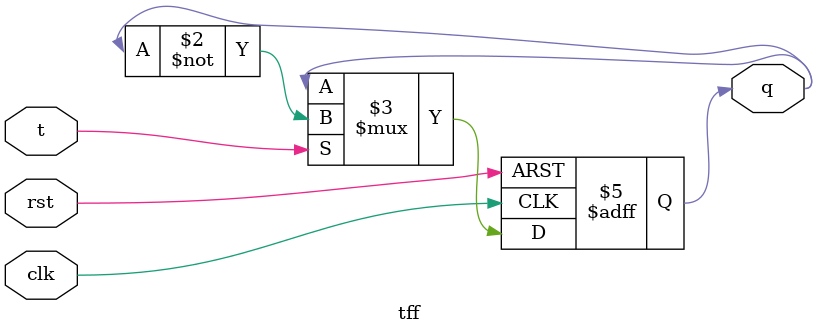
<source format=v>
module tff (
            clk,
            rst,
            t,
            q
  
);
input wire clk, // 클럭 입력
            rst, // 리셋 입력
            t    // T 입력
 ; 
output reg q; // 출력
  always @(posedge clk, posedge rst) begin
    if (rst) begin
      q <= 1'b0; // 리셋 시 초기화
    end else begin
      if (t) begin
        q <= ~q; // T 값에 따라 토글
      end
    end
  end

endmodule






















</source>
